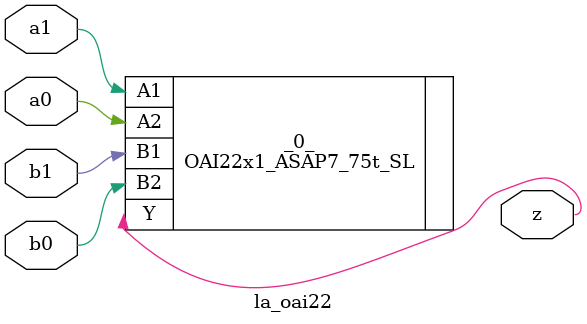
<source format=v>

/* Generated by Yosys 0.44 (git sha1 80ba43d26, g++ 11.4.0-1ubuntu1~22.04 -fPIC -O3) */

(* top =  1  *)
(* src = "generated" *)
module la_oai22 (
    a0,
    a1,
    b0,
    b1,
    z
);
  (* src = "generated" *)
  input a0;
  wire a0;
  (* src = "generated" *)
  input a1;
  wire a1;
  (* src = "generated" *)
  input b0;
  wire b0;
  (* src = "generated" *)
  input b1;
  wire b1;
  (* src = "generated" *)
  output z;
  wire z;
  OAI22x1_ASAP7_75t_SL _0_ (
      .A1(a1),
      .A2(a0),
      .B1(b1),
      .B2(b0),
      .Y (z)
  );
endmodule

</source>
